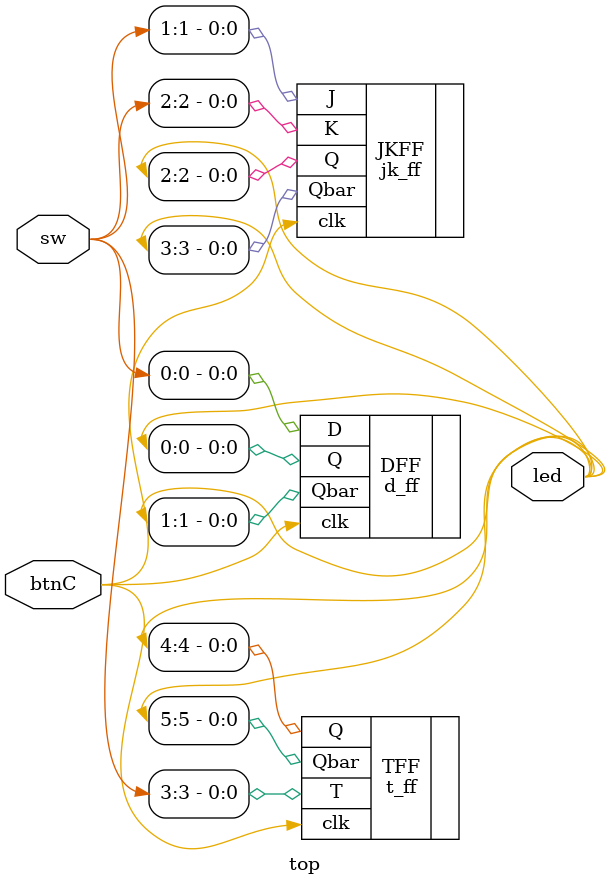
<source format=v>
module top (
input [3:0] sw,
input btnC,
output [5:0] led
);

d_ff DFF(
.D(sw[0]),
.clk(btnC),
.Q(led[0]),
.Qbar(led[1])
);

jk_ff JKFF(
.J(sw[1]),
.K(sw[2]),
.clk(btnC),
.Q(led[2]),
.Qbar(led[3])
);

t_ff TFF(
.T(sw[3]),
.clk(btnC),
.Q(led[4]),
.Qbar(led[5])
);


endmodule

</source>
